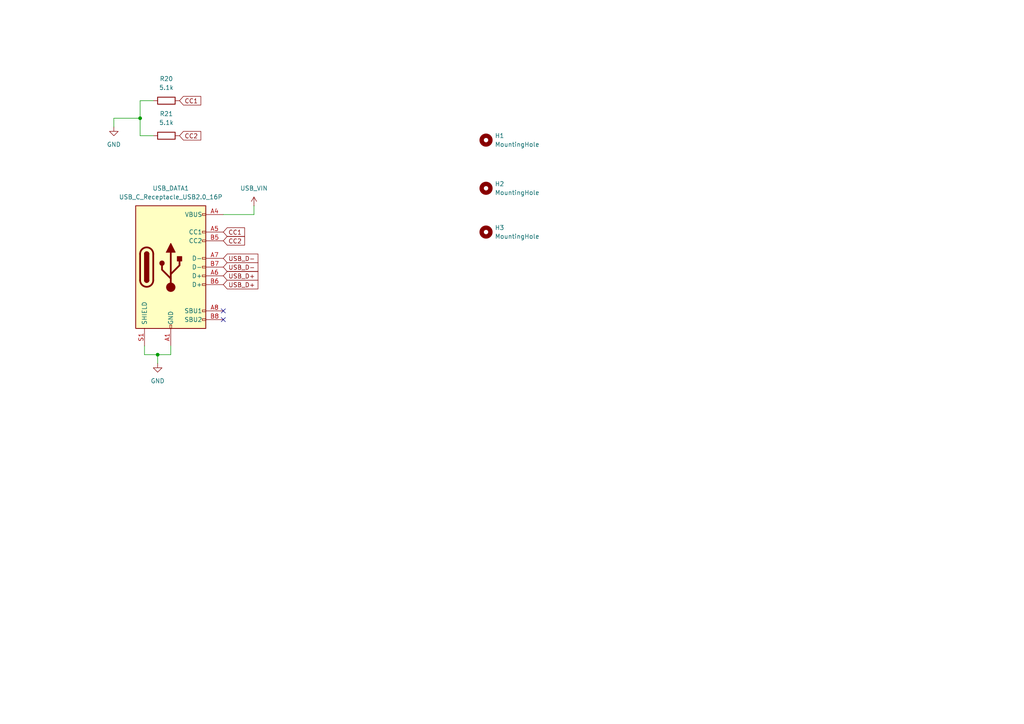
<source format=kicad_sch>
(kicad_sch (version 20231120) (generator "eeschema") (generator_version "8.0")
  (paper "A4")
  (lib_symbols
    (symbol "Connector:USB_C_Receptacle_USB2.0_16P" (pin_names (offset 1.016))
      (property "Reference" "J" (at 0 22.225 0))
      (property "Value" "USB_C_Receptacle_USB2.0_16P" (at 0 19.685 0))
      (symbol "USB_C_Receptacle_USB2.0_16P_0_0"
        (rectangle (start -0.254 -17.78) (end 0.254 -16.764))
        (rectangle (start 10.16 -14.986) (end 9.144 -15.494))
        (rectangle (start 10.16 -12.446) (end 9.144 -12.954))
        (rectangle (start 10.16 -4.826) (end 9.144 -5.334))
        (rectangle (start 10.16 -2.286) (end 9.144 -2.794))
        (rectangle (start 10.16 0.254) (end 9.144 -0.254))
        (rectangle (start 10.16 2.794) (end 9.144 2.286))
        (rectangle (start 10.16 7.874) (end 9.144 7.366))
        (rectangle (start 10.16 10.414) (end 9.144 9.906))
        (rectangle (start 10.16 15.494) (end 9.144 14.986))
      )
      (symbol "USB_C_Receptacle_USB2.0_16P_0_1"
        (rectangle (start -10.16 17.78) (end 10.16 -17.78) (stroke (width 0.254)) (fill (type background)))
        (arc (start -8.89 -3.81) (mid -6.985 -5.7067) (end -5.08 -3.81) (stroke (width 0.508)))
        (arc (start -7.62 -3.81) (mid -6.985 -4.4423) (end -6.35 -3.81) (stroke (width 0.254)))
        (arc (start -7.62 -3.81) (mid -6.985 -4.4423) (end -6.35 -3.81) (stroke (width 0.254)) (fill (type outline)))
        (rectangle (start -7.62 -3.81) (end -6.35 3.81) (stroke (width 0.254)) (fill (type outline)))
        (arc (start -6.35 3.81) (mid -6.985 4.4423) (end -7.62 3.81) (stroke (width 0.254)))
        (arc (start -6.35 3.81) (mid -6.985 4.4423) (end -7.62 3.81) (stroke (width 0.254)) (fill (type outline)))
        (arc (start -5.08 3.81) (mid -6.985 5.7067) (end -8.89 3.81) (stroke (width 0.508)))
        (circle (center -2.54 1.143) (radius 0.635) (stroke (width 0.254)) (fill (type outline)))
        (circle (center 0 -5.842) (radius 1.27) (fill (type outline)))
        (polyline (pts (xy -8.89 -3.81) (xy -8.89 3.81)) (stroke (width 0.508)))
        (polyline (pts (xy -5.08 3.81) (xy -5.08 -3.81)) (stroke (width 0.508)))
        (polyline (pts (xy 0 -5.842) (xy 0 4.318)) (stroke (width 0.508)))
        (polyline (pts (xy 0 -3.302) (xy -2.54 -0.762) (xy -2.54 0.508)) (stroke (width 0.508)))
        (polyline (pts (xy 0 -2.032) (xy 2.54 0.508) (xy 2.54 1.778)) (stroke (width 0.508)))
        (polyline (pts (xy -1.27 4.318) (xy 0 6.858) (xy 1.27 4.318) (xy -1.27 4.318)) (stroke (width 0.254)) (fill (type outline)))
        (rectangle (start 1.905 1.778) (end 3.175 3.048) (stroke (width 0.254)) (fill (type outline)))
      )
      (symbol "USB_C_Receptacle_USB2.0_16P_1_1"
        (pin passive line (at 0 -22.86 90) (length 5.08) (name "GND") (number "A1"))
        (pin passive line (at 0 -22.86 90) (length 5.08) hide (name "GND") (number "A12"))
        (pin passive line (at 15.24 15.24 180) (length 5.08) (name "VBUS") (number "A4"))
        (pin bidirectional line (at 15.24 10.16 180) (length 5.08) (name "CC1") (number "A5"))
        (pin bidirectional line (at 15.24 -2.54 180) (length 5.08) (name "D+") (number "A6"))
        (pin bidirectional line (at 15.24 2.54 180) (length 5.08) (name "D-") (number "A7"))
        (pin bidirectional line (at 15.24 -12.7 180) (length 5.08) (name "SBU1") (number "A8"))
        (pin passive line (at 15.24 15.24 180) (length 5.08) hide (name "VBUS") (number "A9"))
        (pin passive line (at 0 -22.86 90) (length 5.08) hide (name "GND") (number "B1"))
        (pin passive line (at 0 -22.86 90) (length 5.08) hide (name "GND") (number "B12"))
        (pin passive line (at 15.24 15.24 180) (length 5.08) hide (name "VBUS") (number "B4"))
        (pin bidirectional line (at 15.24 7.62 180) (length 5.08) (name "CC2") (number "B5"))
        (pin bidirectional line (at 15.24 -5.08 180) (length 5.08) (name "D+") (number "B6"))
        (pin bidirectional line (at 15.24 0 180) (length 5.08) (name "D-") (number "B7"))
        (pin bidirectional line (at 15.24 -15.24 180) (length 5.08) (name "SBU2") (number "B8"))
        (pin passive line (at 15.24 15.24 180) (length 5.08) hide (name "VBUS") (number "B9"))
        (pin passive line (at -7.62 -22.86 90) (length 5.08) (name "SHIELD") (number "S1"))
      )
    )
    (symbol "Device:R" (pin_numbers hide) (pin_names (offset 0))
      (property "Reference" "R" (at 2.032 0 90))
      (property "Value" "R" (at 0 0 90))
      (symbol "R_0_1"
        (rectangle (start -1.016 -2.54) (end 1.016 2.54) (stroke (width 0.254)))
      )
      (symbol "R_1_1"
        (pin passive line (at 0 3.81 270) (length 1.27) (name "~") (number "1"))
        (pin passive line (at 0 -3.81 90) (length 1.27) (name "~") (number "2"))
      )
    )
    (symbol "Mechanical:MountingHole" (pin_names (offset 1.016)) (exclude_from_sim yes) (in_bom no)
      (property "Reference" "H" (at 0 5.08 0))
      (property "Value" "MountingHole" (at 0 3.175 0))
      (symbol "MountingHole_0_1"
        (circle (center 0 0) (radius 1.27) (stroke (width 1.27)))
      )
    )
    (symbol "power:GND" (power) (pin_numbers hide) (pin_names (offset 0) hide)
      (property "Value" "GND" (at 0 -3.81 0))
      (symbol "GND_0_1"
        (polyline (pts (xy 0 0) (xy 0 -1.27) (xy 1.27 -1.27) (xy 0 -2.54) (xy -1.27 -1.27) (xy 0 -1.27)))
      )
      (symbol "GND_1_1"
        (pin power_in line (at 0 0 270) (length 0) (name "~") (number "1"))
      )
    )
    (symbol "power:VCC" (power) (pin_numbers hide) (pin_names (offset 0) hide)
      (property "Value" "VCC" (at 0 3.556 0))
      (symbol "VCC_0_1"
        (polyline (pts (xy -0.762 1.27) (xy 0 2.54)))
        (polyline (pts (xy 0 0) (xy 0 2.54)))
        (polyline (pts (xy 0 2.54) (xy 0.762 1.27)))
      )
      (symbol "VCC_1_1"
        (pin power_in line (at 0 0 90) (length 0) (name "~") (number "1"))
      )
    )
  )
  (junction (at 40.64 34.29))
  (junction (at 45.72 102.87))
  (no_connect (at 64.77 92.71))
  (no_connect (at 64.77 90.17))
  (wire (pts (xy 64.77 62.23) (xy 73.66 62.23)))
  (wire (pts (xy 40.64 39.37) (xy 44.45 39.37)))
  (wire (pts (xy 73.66 62.23) (xy 73.66 59.69)))
  (wire (pts (xy 49.53 102.87) (xy 45.72 102.87)))
  (wire (pts (xy 41.91 102.87) (xy 41.91 100.33)))
  (wire (pts (xy 40.64 29.21) (xy 40.64 34.29)))
  (wire (pts (xy 45.72 102.87) (xy 41.91 102.87)))
  (wire (pts (xy 44.45 29.21) (xy 40.64 29.21)))
  (wire (pts (xy 33.02 34.29) (xy 33.02 36.83)))
  (wire (pts (xy 45.72 102.87) (xy 45.72 105.41)))
  (wire (pts (xy 40.64 34.29) (xy 33.02 34.29)))
  (wire (pts (xy 40.64 34.29) (xy 40.64 39.37)))
  (wire (pts (xy 49.53 100.33) (xy 49.53 102.87)))
  (text "USB PROGRAMMING:\nDONE\n" (at 9.652 -3.048 0) (effects (font (size 1.27 1.27))))
  (global_label "CC2" (shape input) (at 52.07 39.37 0) (property "Intersheetrefs" "${INTERSHEET_REFS}" (effects (hide yes))))
  (global_label "USB_D+" (shape input) (at 64.77 80.01 0) (property "Intersheetrefs" "${INTERSHEET_REFS}" (effects (hide yes))))
  (global_label "CC2" (shape input) (at 64.77 69.85 0) (property "Intersheetrefs" "${INTERSHEET_REFS}" (effects (hide yes))))
  (global_label "USB_D+" (shape input) (at 64.77 82.55 0) (property "Intersheetrefs" "${INTERSHEET_REFS}" (effects (hide yes))))
  (global_label "USB_D-" (shape input) (at 64.77 77.47 0) (property "Intersheetrefs" "${INTERSHEET_REFS}" (effects (hide yes))))
  (global_label "CC1" (shape input) (at 64.77 67.31 0) (property "Intersheetrefs" "${INTERSHEET_REFS}" (effects (hide yes))))
  (global_label "CC1" (shape input) (at 52.07 29.21 0) (property "Intersheetrefs" "${INTERSHEET_REFS}" (effects (hide yes))))
  (global_label "USB_D-" (shape input) (at 64.77 74.93 0) (property "Intersheetrefs" "${INTERSHEET_REFS}" (effects (hide yes))))
  (symbol (lib_id "Device:R") (at 48.26 29.21 90) (unit 1)
    (property "Reference" "R20" (at 48.26 22.86 90))
    (property "Value" "5.1k" (at 48.26 25.4 90))
    (property "Footprint" "Resistor_SMD:R_0603_1608Metric" (effects (hide yes)))
    (property "Description" "Resistor" (effects (hide yes)))
  )
  (symbol (lib_id "Mechanical:MountingHole") (at 140.97 67.31 0) (unit 1) (exclude_from_sim yes) (in_bom no)
    (property "Reference" "H3" (at 143.51 66.0399 0) (effects (justify left)))
    (property "Value" "MountingHole" (at 143.51 68.5799 0) (effects (justify left)))
    (property "Footprint" "MountingHole:MountingHole_2.2mm_M2" (effects (hide yes)))
    (property "Description" "Mounting Hole without connection" (effects (hide yes)))
  )
  (symbol (lib_id "power:VCC") (at 73.66 59.69 0) (unit 1)
    (property "Reference" "#PWR074" (effects (hide yes)))
    (property "Value" "USB_VIN" (at 73.66 54.61 0))
    (property "Description" "Power symbol creates a global label with name \"VCC\"" (effects (hide yes)))
  )
  (symbol (lib_id "Mechanical:MountingHole") (at 140.97 40.64 0) (unit 1) (exclude_from_sim yes) (in_bom no)
    (property "Reference" "H1" (at 143.51 39.3699 0) (effects (justify left)))
    (property "Value" "MountingHole" (at 143.51 41.9099 0) (effects (justify left)))
    (property "Footprint" "MountingHole:MountingHole_2.2mm_M2" (effects (hide yes)))
    (property "Description" "Mounting Hole without connection" (effects (hide yes)))
  )
  (symbol (lib_id "Mechanical:MountingHole") (at 140.97 54.61 0) (unit 1) (exclude_from_sim yes) (in_bom no)
    (property "Reference" "H2" (at 143.51 53.3399 0) (effects (justify left)))
    (property "Value" "MountingHole" (at 143.51 55.8799 0) (effects (justify left)))
    (property "Footprint" "MountingHole:MountingHole_2.2mm_M2" (effects (hide yes)))
    (property "Description" "Mounting Hole without connection" (effects (hide yes)))
  )
  (symbol (lib_id "power:GND") (at 45.72 105.41 0) (unit 1)
    (property "Reference" "#PWR072" (effects (hide yes)))
    (property "Value" "GND" (at 45.72 110.49 0))
    (property "Description" "Power symbol creates a global label with name \"GND\" , ground" (effects (hide yes)))
  )
  (symbol (lib_id "Connector:USB_C_Receptacle_USB2.0_16P") (at 49.53 77.47 0) (unit 1)
    (property "Reference" "USB_DATA1" (at 49.53 54.61 0))
    (property "Value" "USB_C_Receptacle_USB2.0_16P" (at 49.53 57.15 0))
    (property "Footprint" "Connector_USB:USB_C_Receptacle_HRO_TYPE-C-31-M-12" (effects (hide yes)))
    (property "Datasheet" "https://www.usb.org/sites/default/files/documents/usb_type-c.zip" (effects (hide yes)))
    (property "Description" "USB 2.0-only 16P Type-C Receptacle connector" (effects (hide yes)))
  )
  (symbol (lib_id "Device:R") (at 48.26 39.37 90) (unit 1)
    (property "Reference" "R21" (at 48.26 33.02 90))
    (property "Value" "5.1k" (at 48.26 35.56 90))
    (property "Footprint" "Resistor_SMD:R_0603_1608Metric" (effects (hide yes)))
    (property "Description" "Resistor" (effects (hide yes)))
  )
  (symbol (lib_id "power:GND") (at 33.02 36.83 0) (unit 1)
    (property "Reference" "#PWR075" (effects (hide yes)))
    (property "Value" "GND" (at 33.02 41.91 0))
    (property "Description" "Power symbol creates a global label with name \"GND\" , ground" (effects (hide yes)))
  )
)
</source>
